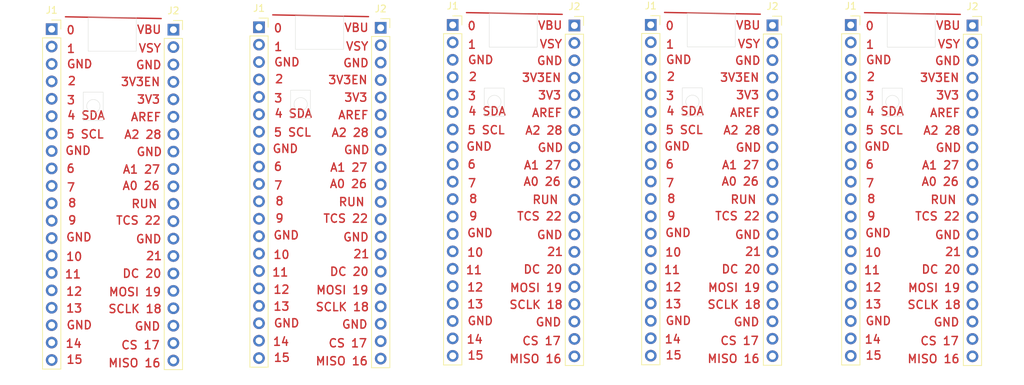
<source format=kicad_pcb>
(kicad_pcb (version 20240108) (generator "pcbnew") (generator_version "8.0")
  (layers (0 "F.Cu" signal) (31 "B.Cu" signal) (34 "B.Paste" user) (35 "F.Paste" user) (36 "B.SilkS" user "B.Silkscreen") (37 "F.SilkS" user "F.Silkscreen") (38 "B.Mask" user) (39 "F.Mask" user) (44 "Edge.Cuts" user))
  (net 0 "")
  (footprint "Connector_PinSocket_2.54mm:PinSocket_1x20_P2.54mm_Vertical" (layer "F.Cu") (at 152.4762 76.1746)
    (property "Reference" "J1" (at 0 -2.77 0) (layer "F.SilkS"))
    (property "Value" "Conn_01x40_Socket")
    (pad "1" thru_hole rect (at 0 0) (size 1.7 1.7) (drill 1) (layers "*.Cu" "*.Mask"))
    (pad "2" thru_hole oval (at 0 2.54) (size 1.7 1.7) (drill 1) (layers "*.Cu" "*.Mask"))
    (pad "3" thru_hole oval (at 0 5.08) (size 1.7 1.7) (drill 1) (layers "*.Cu" "*.Mask"))
    (pad "4" thru_hole oval (at 0 7.62) (size 1.7 1.7) (drill 1) (layers "*.Cu" "*.Mask"))
    (pad "5" thru_hole oval (at 0 10.16) (size 1.7 1.7) (drill 1) (layers "*.Cu" "*.Mask"))
    (pad "6" thru_hole oval (at 0 12.7) (size 1.7 1.7) (drill 1) (layers "*.Cu" "*.Mask"))
    (pad "7" thru_hole oval (at 0 15.24) (size 1.7 1.7) (drill 1) (layers "*.Cu" "*.Mask"))
    (pad "8" thru_hole oval (at 0 17.78) (size 1.7 1.7) (drill 1) (layers "*.Cu" "*.Mask"))
    (pad "9" thru_hole oval (at 0 20.32) (size 1.7 1.7) (drill 1) (layers "*.Cu" "*.Mask"))
    (pad "10" thru_hole oval (at 0 22.86) (size 1.7 1.7) (drill 1) (layers "*.Cu" "*.Mask"))
    (pad "11" thru_hole oval (at 0 25.4) (size 1.7 1.7) (drill 1) (layers "*.Cu" "*.Mask"))
    (pad "12" thru_hole oval (at 0 27.94) (size 1.7 1.7) (drill 1) (layers "*.Cu" "*.Mask"))
    (pad "13" thru_hole oval (at 0 30.48) (size 1.7 1.7) (drill 1) (layers "*.Cu" "*.Mask"))
    (pad "14" thru_hole oval (at 0 33.02) (size 1.7 1.7) (drill 1) (layers "*.Cu" "*.Mask"))
    (pad "15" thru_hole oval (at 0 35.56) (size 1.7 1.7) (drill 1) (layers "*.Cu" "*.Mask"))
    (pad "16" thru_hole oval (at 0 38.1) (size 1.7 1.7) (drill 1) (layers "*.Cu" "*.Mask"))
    (pad "17" thru_hole oval (at 0 40.64) (size 1.7 1.7) (drill 1) (layers "*.Cu" "*.Mask"))
    (pad "18" thru_hole oval (at 0 43.18) (size 1.7 1.7) (drill 1) (layers "*.Cu" "*.Mask"))
    (pad "19" thru_hole oval (at 0 45.72) (size 1.7 1.7) (drill 1) (layers "*.Cu" "*.Mask"))
    (pad "20" thru_hole oval (at 0 48.26) (size 1.7 1.7) (drill 1) (layers "*.Cu" "*.Mask"))
  )
  (footprint "Connector_PinSocket_2.54mm:PinSocket_1x20_P2.54mm_Vertical" (layer "F.Cu") (at 124.2568 76.5048)
    (property "Reference" "J1" (at 0 -2.77 0) (layer "F.SilkS"))
    (property "Value" "Conn_01x40_Socket")
    (pad "1" thru_hole rect (at 0 0) (size 1.7 1.7) (drill 1) (layers "*.Cu" "*.Mask"))
    (pad "2" thru_hole oval (at 0 2.54) (size 1.7 1.7) (drill 1) (layers "*.Cu" "*.Mask"))
    (pad "3" thru_hole oval (at 0 5.08) (size 1.7 1.7) (drill 1) (layers "*.Cu" "*.Mask"))
    (pad "4" thru_hole oval (at 0 7.62) (size 1.7 1.7) (drill 1) (layers "*.Cu" "*.Mask"))
    (pad "5" thru_hole oval (at 0 10.16) (size 1.7 1.7) (drill 1) (layers "*.Cu" "*.Mask"))
    (pad "6" thru_hole oval (at 0 12.7) (size 1.7 1.7) (drill 1) (layers "*.Cu" "*.Mask"))
    (pad "7" thru_hole oval (at 0 15.24) (size 1.7 1.7) (drill 1) (layers "*.Cu" "*.Mask"))
    (pad "8" thru_hole oval (at 0 17.78) (size 1.7 1.7) (drill 1) (layers "*.Cu" "*.Mask"))
    (pad "9" thru_hole oval (at 0 20.32) (size 1.7 1.7) (drill 1) (layers "*.Cu" "*.Mask"))
    (pad "10" thru_hole oval (at 0 22.86) (size 1.7 1.7) (drill 1) (layers "*.Cu" "*.Mask"))
    (pad "11" thru_hole oval (at 0 25.4) (size 1.7 1.7) (drill 1) (layers "*.Cu" "*.Mask"))
    (pad "12" thru_hole oval (at 0 27.94) (size 1.7 1.7) (drill 1) (layers "*.Cu" "*.Mask"))
    (pad "13" thru_hole oval (at 0 30.48) (size 1.7 1.7) (drill 1) (layers "*.Cu" "*.Mask"))
    (pad "14" thru_hole oval (at 0 33.02) (size 1.7 1.7) (drill 1) (layers "*.Cu" "*.Mask"))
    (pad "15" thru_hole oval (at 0 35.56) (size 1.7 1.7) (drill 1) (layers "*.Cu" "*.Mask"))
    (pad "16" thru_hole oval (at 0 38.1) (size 1.7 1.7) (drill 1) (layers "*.Cu" "*.Mask"))
    (pad "17" thru_hole oval (at 0 40.64) (size 1.7 1.7) (drill 1) (layers "*.Cu" "*.Mask"))
    (pad "18" thru_hole oval (at 0 43.18) (size 1.7 1.7) (drill 1) (layers "*.Cu" "*.Mask"))
    (pad "19" thru_hole oval (at 0 45.72) (size 1.7 1.7) (drill 1) (layers "*.Cu" "*.Mask"))
    (pad "20" thru_hole oval (at 0 48.26) (size 1.7 1.7) (drill 1) (layers "*.Cu" "*.Mask"))
  )
  (footprint "Connector_PinSocket_2.54mm:PinSocket_1x20_P2.54mm_Vertical" (layer "F.Cu") (at 94.0562 76.7842)
    (property "Reference" "J1" (at 0 -2.77 0) (layer "F.SilkS"))
    (property "Value" "Conn_01x40_Socket")
    (pad "1" thru_hole rect (at 0 0) (size 1.7 1.7) (drill 1) (layers "*.Cu" "*.Mask"))
    (pad "2" thru_hole oval (at 0 2.54) (size 1.7 1.7) (drill 1) (layers "*.Cu" "*.Mask"))
    (pad "3" thru_hole oval (at 0 5.08) (size 1.7 1.7) (drill 1) (layers "*.Cu" "*.Mask"))
    (pad "4" thru_hole oval (at 0 7.62) (size 1.7 1.7) (drill 1) (layers "*.Cu" "*.Mask"))
    (pad "5" thru_hole oval (at 0 10.16) (size 1.7 1.7) (drill 1) (layers "*.Cu" "*.Mask"))
    (pad "6" thru_hole oval (at 0 12.7) (size 1.7 1.7) (drill 1) (layers "*.Cu" "*.Mask"))
    (pad "7" thru_hole oval (at 0 15.24) (size 1.7 1.7) (drill 1) (layers "*.Cu" "*.Mask"))
    (pad "8" thru_hole oval (at 0 17.78) (size 1.7 1.7) (drill 1) (layers "*.Cu" "*.Mask"))
    (pad "9" thru_hole oval (at 0 20.32) (size 1.7 1.7) (drill 1) (layers "*.Cu" "*.Mask"))
    (pad "10" thru_hole oval (at 0 22.86) (size 1.7 1.7) (drill 1) (layers "*.Cu" "*.Mask"))
    (pad "11" thru_hole oval (at 0 25.4) (size 1.7 1.7) (drill 1) (layers "*.Cu" "*.Mask"))
    (pad "12" thru_hole oval (at 0 27.94) (size 1.7 1.7) (drill 1) (layers "*.Cu" "*.Mask"))
    (pad "13" thru_hole oval (at 0 30.48) (size 1.7 1.7) (drill 1) (layers "*.Cu" "*.Mask"))
    (pad "14" thru_hole oval (at 0 33.02) (size 1.7 1.7) (drill 1) (layers "*.Cu" "*.Mask"))
    (pad "15" thru_hole oval (at 0 35.56) (size 1.7 1.7) (drill 1) (layers "*.Cu" "*.Mask"))
    (pad "16" thru_hole oval (at 0 38.1) (size 1.7 1.7) (drill 1) (layers "*.Cu" "*.Mask"))
    (pad "17" thru_hole oval (at 0 40.64) (size 1.7 1.7) (drill 1) (layers "*.Cu" "*.Mask"))
    (pad "18" thru_hole oval (at 0 43.18) (size 1.7 1.7) (drill 1) (layers "*.Cu" "*.Mask"))
    (pad "19" thru_hole oval (at 0 45.72) (size 1.7 1.7) (drill 1) (layers "*.Cu" "*.Mask"))
    (pad "20" thru_hole oval (at 0 48.26) (size 1.7 1.7) (drill 1) (layers "*.Cu" "*.Mask"))
  )
  (footprint "Connector_PinSocket_2.54mm:PinSocket_1x20_P2.54mm_Vertical" (layer "F.Cu") (at 199.0598 76.2254)
    (property "Reference" "J2" (at 0 -2.77 0) (layer "F.SilkS"))
    (property "Value" "Conn_01x40_Socket")
    (pad "1" thru_hole rect (at 0 0) (size 1.7 1.7) (drill 1) (layers "*.Cu" "*.Mask"))
    (pad "2" thru_hole oval (at 0 2.54) (size 1.7 1.7) (drill 1) (layers "*.Cu" "*.Mask"))
    (pad "3" thru_hole oval (at 0 5.08) (size 1.7 1.7) (drill 1) (layers "*.Cu" "*.Mask"))
    (pad "4" thru_hole oval (at 0 7.62) (size 1.7 1.7) (drill 1) (layers "*.Cu" "*.Mask"))
    (pad "5" thru_hole oval (at 0 10.16) (size 1.7 1.7) (drill 1) (layers "*.Cu" "*.Mask"))
    (pad "6" thru_hole oval (at 0 12.7) (size 1.7 1.7) (drill 1) (layers "*.Cu" "*.Mask"))
    (pad "7" thru_hole oval (at 0 15.24) (size 1.7 1.7) (drill 1) (layers "*.Cu" "*.Mask"))
    (pad "8" thru_hole oval (at 0 17.78) (size 1.7 1.7) (drill 1) (layers "*.Cu" "*.Mask"))
    (pad "9" thru_hole oval (at 0 20.32) (size 1.7 1.7) (drill 1) (layers "*.Cu" "*.Mask"))
    (pad "10" thru_hole oval (at 0 22.86) (size 1.7 1.7) (drill 1) (layers "*.Cu" "*.Mask"))
    (pad "11" thru_hole oval (at 0 25.4) (size 1.7 1.7) (drill 1) (layers "*.Cu" "*.Mask"))
    (pad "12" thru_hole oval (at 0 27.94) (size 1.7 1.7) (drill 1) (layers "*.Cu" "*.Mask"))
    (pad "13" thru_hole oval (at 0 30.48) (size 1.7 1.7) (drill 1) (layers "*.Cu" "*.Mask"))
    (pad "14" thru_hole oval (at 0 33.02) (size 1.7 1.7) (drill 1) (layers "*.Cu" "*.Mask"))
    (pad "15" thru_hole oval (at 0 35.56) (size 1.7 1.7) (drill 1) (layers "*.Cu" "*.Mask"))
    (pad "16" thru_hole oval (at 0 38.1) (size 1.7 1.7) (drill 1) (layers "*.Cu" "*.Mask"))
    (pad "17" thru_hole oval (at 0 40.64) (size 1.7 1.7) (drill 1) (layers "*.Cu" "*.Mask"))
    (pad "18" thru_hole oval (at 0 43.18) (size 1.7 1.7) (drill 1) (layers "*.Cu" "*.Mask"))
    (pad "19" thru_hole oval (at 0 45.72) (size 1.7 1.7) (drill 1) (layers "*.Cu" "*.Mask"))
    (pad "20" thru_hole oval (at 0 48.26) (size 1.7 1.7) (drill 1) (layers "*.Cu" "*.Mask"))
  )
  (footprint "Connector_PinSocket_2.54mm:PinSocket_1x20_P2.54mm_Vertical" (layer "F.Cu") (at 170.2054 76.2508)
    (property "Reference" "J2" (at 0 -2.77 0) (layer "F.SilkS"))
    (property "Value" "Conn_01x40_Socket")
    (pad "1" thru_hole rect (at 0 0) (size 1.7 1.7) (drill 1) (layers "*.Cu" "*.Mask"))
    (pad "2" thru_hole oval (at 0 2.54) (size 1.7 1.7) (drill 1) (layers "*.Cu" "*.Mask"))
    (pad "3" thru_hole oval (at 0 5.08) (size 1.7 1.7) (drill 1) (layers "*.Cu" "*.Mask"))
    (pad "4" thru_hole oval (at 0 7.62) (size 1.7 1.7) (drill 1) (layers "*.Cu" "*.Mask"))
    (pad "5" thru_hole oval (at 0 10.16) (size 1.7 1.7) (drill 1) (layers "*.Cu" "*.Mask"))
    (pad "6" thru_hole oval (at 0 12.7) (size 1.7 1.7) (drill 1) (layers "*.Cu" "*.Mask"))
    (pad "7" thru_hole oval (at 0 15.24) (size 1.7 1.7) (drill 1) (layers "*.Cu" "*.Mask"))
    (pad "8" thru_hole oval (at 0 17.78) (size 1.7 1.7) (drill 1) (layers "*.Cu" "*.Mask"))
    (pad "9" thru_hole oval (at 0 20.32) (size 1.7 1.7) (drill 1) (layers "*.Cu" "*.Mask"))
    (pad "10" thru_hole oval (at 0 22.86) (size 1.7 1.7) (drill 1) (layers "*.Cu" "*.Mask"))
    (pad "11" thru_hole oval (at 0 25.4) (size 1.7 1.7) (drill 1) (layers "*.Cu" "*.Mask"))
    (pad "12" thru_hole oval (at 0 27.94) (size 1.7 1.7) (drill 1) (layers "*.Cu" "*.Mask"))
    (pad "13" thru_hole oval (at 0 30.48) (size 1.7 1.7) (drill 1) (layers "*.Cu" "*.Mask"))
    (pad "14" thru_hole oval (at 0 33.02) (size 1.7 1.7) (drill 1) (layers "*.Cu" "*.Mask"))
    (pad "15" thru_hole oval (at 0 35.56) (size 1.7 1.7) (drill 1) (layers "*.Cu" "*.Mask"))
    (pad "16" thru_hole oval (at 0 38.1) (size 1.7 1.7) (drill 1) (layers "*.Cu" "*.Mask"))
    (pad "17" thru_hole oval (at 0 40.64) (size 1.7 1.7) (drill 1) (layers "*.Cu" "*.Mask"))
    (pad "18" thru_hole oval (at 0 43.18) (size 1.7 1.7) (drill 1) (layers "*.Cu" "*.Mask"))
    (pad "19" thru_hole oval (at 0 45.72) (size 1.7 1.7) (drill 1) (layers "*.Cu" "*.Mask"))
    (pad "20" thru_hole oval (at 0 48.26) (size 1.7 1.7) (drill 1) (layers "*.Cu" "*.Mask"))
  )
  (footprint "Connector_PinSocket_2.54mm:PinSocket_1x20_P2.54mm_Vertical" (layer "F.Cu") (at 181.3306 76.1492)
    (property "Reference" "J1" (at 0 -2.77 0) (layer "F.SilkS"))
    (property "Value" "Conn_01x40_Socket")
    (pad "1" thru_hole rect (at 0 0) (size 1.7 1.7) (drill 1) (layers "*.Cu" "*.Mask"))
    (pad "2" thru_hole oval (at 0 2.54) (size 1.7 1.7) (drill 1) (layers "*.Cu" "*.Mask"))
    (pad "3" thru_hole oval (at 0 5.08) (size 1.7 1.7) (drill 1) (layers "*.Cu" "*.Mask"))
    (pad "4" thru_hole oval (at 0 7.62) (size 1.7 1.7) (drill 1) (layers "*.Cu" "*.Mask"))
    (pad "5" thru_hole oval (at 0 10.16) (size 1.7 1.7) (drill 1) (layers "*.Cu" "*.Mask"))
    (pad "6" thru_hole oval (at 0 12.7) (size 1.7 1.7) (drill 1) (layers "*.Cu" "*.Mask"))
    (pad "7" thru_hole oval (at 0 15.24) (size 1.7 1.7) (drill 1) (layers "*.Cu" "*.Mask"))
    (pad "8" thru_hole oval (at 0 17.78) (size 1.7 1.7) (drill 1) (layers "*.Cu" "*.Mask"))
    (pad "9" thru_hole oval (at 0 20.32) (size 1.7 1.7) (drill 1) (layers "*.Cu" "*.Mask"))
    (pad "10" thru_hole oval (at 0 22.86) (size 1.7 1.7) (drill 1) (layers "*.Cu" "*.Mask"))
    (pad "11" thru_hole oval (at 0 25.4) (size 1.7 1.7) (drill 1) (layers "*.Cu" "*.Mask"))
    (pad "12" thru_hole oval (at 0 27.94) (size 1.7 1.7) (drill 1) (layers "*.Cu" "*.Mask"))
    (pad "13" thru_hole oval (at 0 30.48) (size 1.7 1.7) (drill 1) (layers "*.Cu" "*.Mask"))
    (pad "14" thru_hole oval (at 0 33.02) (size 1.7 1.7) (drill 1) (layers "*.Cu" "*.Mask"))
    (pad "15" thru_hole oval (at 0 35.56) (size 1.7 1.7) (drill 1) (layers "*.Cu" "*.Mask"))
    (pad "16" thru_hole oval (at 0 38.1) (size 1.7 1.7) (drill 1) (layers "*.Cu" "*.Mask"))
    (pad "17" thru_hole oval (at 0 40.64) (size 1.7 1.7) (drill 1) (layers "*.Cu" "*.Mask"))
    (pad "18" thru_hole oval (at 0 43.18) (size 1.7 1.7) (drill 1) (layers "*.Cu" "*.Mask"))
    (pad "19" thru_hole oval (at 0 45.72) (size 1.7 1.7) (drill 1) (layers "*.Cu" "*.Mask"))
    (pad "20" thru_hole oval (at 0 48.26) (size 1.7 1.7) (drill 1) (layers "*.Cu" "*.Mask"))
  )
  (footprint "Connector_PinSocket_2.54mm:PinSocket_1x20_P2.54mm_Vertical" (layer "F.Cu") (at 210.464 76.1792)
    (property "Reference" "J1" (at 0 -2.77 0) (layer "F.SilkS"))
    (property "Value" "Conn_01x40_Socket")
    (pad "1" thru_hole rect (at 0 0) (size 1.7 1.7) (drill 1) (layers "*.Cu" "*.Mask"))
    (pad "2" thru_hole oval (at 0 2.54) (size 1.7 1.7) (drill 1) (layers "*.Cu" "*.Mask"))
    (pad "3" thru_hole oval (at 0 5.08) (size 1.7 1.7) (drill 1) (layers "*.Cu" "*.Mask"))
    (pad "4" thru_hole oval (at 0 7.62) (size 1.7 1.7) (drill 1) (layers "*.Cu" "*.Mask"))
    (pad "5" thru_hole oval (at 0 10.16) (size 1.7 1.7) (drill 1) (layers "*.Cu" "*.Mask"))
    (pad "6" thru_hole oval (at 0 12.7) (size 1.7 1.7) (drill 1) (layers "*.Cu" "*.Mask"))
    (pad "7" thru_hole oval (at 0 15.24) (size 1.7 1.7) (drill 1) (layers "*.Cu" "*.Mask"))
    (pad "8" thru_hole oval (at 0 17.78) (size 1.7 1.7) (drill 1) (layers "*.Cu" "*.Mask"))
    (pad "9" thru_hole oval (at 0 20.32) (size 1.7 1.7) (drill 1) (layers "*.Cu" "*.Mask"))
    (pad "10" thru_hole oval (at 0 22.86) (size 1.7 1.7) (drill 1) (layers "*.Cu" "*.Mask"))
    (pad "11" thru_hole oval (at 0 25.4) (size 1.7 1.7) (drill 1) (layers "*.Cu" "*.Mask"))
    (pad "12" thru_hole oval (at 0 27.94) (size 1.7 1.7) (drill 1) (layers "*.Cu" "*.Mask"))
    (pad "13" thru_hole oval (at 0 30.48) (size 1.7 1.7) (drill 1) (layers "*.Cu" "*.Mask"))
    (pad "14" thru_hole oval (at 0 33.02) (size 1.7 1.7) (drill 1) (layers "*.Cu" "*.Mask"))
    (pad "15" thru_hole oval (at 0 35.56) (size 1.7 1.7) (drill 1) (layers "*.Cu" "*.Mask"))
    (pad "16" thru_hole oval (at 0 38.1) (size 1.7 1.7) (drill 1) (layers "*.Cu" "*.Mask"))
    (pad "17" thru_hole oval (at 0 40.64) (size 1.7 1.7) (drill 1) (layers "*.Cu" "*.Mask"))
    (pad "18" thru_hole oval (at 0 43.18) (size 1.7 1.7) (drill 1) (layers "*.Cu" "*.Mask"))
    (pad "19" thru_hole oval (at 0 45.72) (size 1.7 1.7) (drill 1) (layers "*.Cu" "*.Mask"))
    (pad "20" thru_hole oval (at 0 48.26) (size 1.7 1.7) (drill 1) (layers "*.Cu" "*.Mask"))
  )
  (footprint "Connector_PinSocket_2.54mm:PinSocket_1x20_P2.54mm_Vertical" (layer "F.Cu") (at 111.7854 76.8604)
    (property "Reference" "J2" (at 0 -2.77 0) (layer "F.SilkS"))
    (property "Value" "Conn_01x40_Socket")
    (pad "1" thru_hole rect (at 0 0) (size 1.7 1.7) (drill 1) (layers "*.Cu" "*.Mask"))
    (pad "2" thru_hole oval (at 0 2.54) (size 1.7 1.7) (drill 1) (layers "*.Cu" "*.Mask"))
    (pad "3" thru_hole oval (at 0 5.08) (size 1.7 1.7) (drill 1) (layers "*.Cu" "*.Mask"))
    (pad "4" thru_hole oval (at 0 7.62) (size 1.7 1.7) (drill 1) (layers "*.Cu" "*.Mask"))
    (pad "5" thru_hole oval (at 0 10.16) (size 1.7 1.7) (drill 1) (layers "*.Cu" "*.Mask"))
    (pad "6" thru_hole oval (at 0 12.7) (size 1.7 1.7) (drill 1) (layers "*.Cu" "*.Mask"))
    (pad "7" thru_hole oval (at 0 15.24) (size 1.7 1.7) (drill 1) (layers "*.Cu" "*.Mask"))
    (pad "8" thru_hole oval (at 0 17.78) (size 1.7 1.7) (drill 1) (layers "*.Cu" "*.Mask"))
    (pad "9" thru_hole oval (at 0 20.32) (size 1.7 1.7) (drill 1) (layers "*.Cu" "*.Mask"))
    (pad "10" thru_hole oval (at 0 22.86) (size 1.7 1.7) (drill 1) (layers "*.Cu" "*.Mask"))
    (pad "11" thru_hole oval (at 0 25.4) (size 1.7 1.7) (drill 1) (layers "*.Cu" "*.Mask"))
    (pad "12" thru_hole oval (at 0 27.94) (size 1.7 1.7) (drill 1) (layers "*.Cu" "*.Mask"))
    (pad "13" thru_hole oval (at 0 30.48) (size 1.7 1.7) (drill 1) (layers "*.Cu" "*.Mask"))
    (pad "14" thru_hole oval (at 0 33.02) (size 1.7 1.7) (drill 1) (layers "*.Cu" "*.Mask"))
    (pad "15" thru_hole oval (at 0 35.56) (size 1.7 1.7) (drill 1) (layers "*.Cu" "*.Mask"))
    (pad "16" thru_hole oval (at 0 38.1) (size 1.7 1.7) (drill 1) (layers "*.Cu" "*.Mask"))
    (pad "17" thru_hole oval (at 0 40.64) (size 1.7 1.7) (drill 1) (layers "*.Cu" "*.Mask"))
    (pad "18" thru_hole oval (at 0 43.18) (size 1.7 1.7) (drill 1) (layers "*.Cu" "*.Mask"))
    (pad "19" thru_hole oval (at 0 45.72) (size 1.7 1.7) (drill 1) (layers "*.Cu" "*.Mask"))
    (pad "20" thru_hole oval (at 0 48.26) (size 1.7 1.7) (drill 1) (layers "*.Cu" "*.Mask"))
  )
  (footprint "Connector_PinSocket_2.54mm:PinSocket_1x20_P2.54mm_Vertical" (layer "F.Cu") (at 228.1932 76.2554)
    (property "Reference" "J2" (at 0 -2.77 0) (layer "F.SilkS"))
    (property "Value" "Conn_01x40_Socket")
    (pad "1" thru_hole rect (at 0 0) (size 1.7 1.7) (drill 1) (layers "*.Cu" "*.Mask"))
    (pad "2" thru_hole oval (at 0 2.54) (size 1.7 1.7) (drill 1) (layers "*.Cu" "*.Mask"))
    (pad "3" thru_hole oval (at 0 5.08) (size 1.7 1.7) (drill 1) (layers "*.Cu" "*.Mask"))
    (pad "4" thru_hole oval (at 0 7.62) (size 1.7 1.7) (drill 1) (layers "*.Cu" "*.Mask"))
    (pad "5" thru_hole oval (at 0 10.16) (size 1.7 1.7) (drill 1) (layers "*.Cu" "*.Mask"))
    (pad "6" thru_hole oval (at 0 12.7) (size 1.7 1.7) (drill 1) (layers "*.Cu" "*.Mask"))
    (pad "7" thru_hole oval (at 0 15.24) (size 1.7 1.7) (drill 1) (layers "*.Cu" "*.Mask"))
    (pad "8" thru_hole oval (at 0 17.78) (size 1.7 1.7) (drill 1) (layers "*.Cu" "*.Mask"))
    (pad "9" thru_hole oval (at 0 20.32) (size 1.7 1.7) (drill 1) (layers "*.Cu" "*.Mask"))
    (pad "10" thru_hole oval (at 0 22.86) (size 1.7 1.7) (drill 1) (layers "*.Cu" "*.Mask"))
    (pad "11" thru_hole oval (at 0 25.4) (size 1.7 1.7) (drill 1) (layers "*.Cu" "*.Mask"))
    (pad "12" thru_hole oval (at 0 27.94) (size 1.7 1.7) (drill 1) (layers "*.Cu" "*.Mask"))
    (pad "13" thru_hole oval (at 0 30.48) (size 1.7 1.7) (drill 1) (layers "*.Cu" "*.Mask"))
    (pad "14" thru_hole oval (at 0 33.02) (size 1.7 1.7) (drill 1) (layers "*.Cu" "*.Mask"))
    (pad "15" thru_hole oval (at 0 35.56) (size 1.7 1.7) (drill 1) (layers "*.Cu" "*.Mask"))
    (pad "16" thru_hole oval (at 0 38.1) (size 1.7 1.7) (drill 1) (layers "*.Cu" "*.Mask"))
    (pad "17" thru_hole oval (at 0 40.64) (size 1.7 1.7) (drill 1) (layers "*.Cu" "*.Mask"))
    (pad "18" thru_hole oval (at 0 43.18) (size 1.7 1.7) (drill 1) (layers "*.Cu" "*.Mask"))
    (pad "19" thru_hole oval (at 0 45.72) (size 1.7 1.7) (drill 1) (layers "*.Cu" "*.Mask"))
    (pad "20" thru_hole oval (at 0 48.26) (size 1.7 1.7) (drill 1) (layers "*.Cu" "*.Mask"))
  )
  (footprint "Connector_PinSocket_2.54mm:PinSocket_1x20_P2.54mm_Vertical" (layer "F.Cu") (at 141.986 76.581)
    (property "Reference" "J2" (at 0 -2.77 0) (layer "F.SilkS"))
    (property "Value" "Conn_01x40_Socket")
    (pad "1" thru_hole rect (at 0 0) (size 1.7 1.7) (drill 1) (layers "*.Cu" "*.Mask"))
    (pad "2" thru_hole oval (at 0 2.54) (size 1.7 1.7) (drill 1) (layers "*.Cu" "*.Mask"))
    (pad "3" thru_hole oval (at 0 5.08) (size 1.7 1.7) (drill 1) (layers "*.Cu" "*.Mask"))
    (pad "4" thru_hole oval (at 0 7.62) (size 1.7 1.7) (drill 1) (layers "*.Cu" "*.Mask"))
    (pad "5" thru_hole oval (at 0 10.16) (size 1.7 1.7) (drill 1) (layers "*.Cu" "*.Mask"))
    (pad "6" thru_hole oval (at 0 12.7) (size 1.7 1.7) (drill 1) (layers "*.Cu" "*.Mask"))
    (pad "7" thru_hole oval (at 0 15.24) (size 1.7 1.7) (drill 1) (layers "*.Cu" "*.Mask"))
    (pad "8" thru_hole oval (at 0 17.78) (size 1.7 1.7) (drill 1) (layers "*.Cu" "*.Mask"))
    (pad "9" thru_hole oval (at 0 20.32) (size 1.7 1.7) (drill 1) (layers "*.Cu" "*.Mask"))
    (pad "10" thru_hole oval (at 0 22.86) (size 1.7 1.7) (drill 1) (layers "*.Cu" "*.Mask"))
    (pad "11" thru_hole oval (at 0 25.4) (size 1.7 1.7) (drill 1) (layers "*.Cu" "*.Mask"))
    (pad "12" thru_hole oval (at 0 27.94) (size 1.7 1.7) (drill 1) (layers "*.Cu" "*.Mask"))
    (pad "13" thru_hole oval (at 0 30.48) (size 1.7 1.7) (drill 1) (layers "*.Cu" "*.Mask"))
    (pad "14" thru_hole oval (at 0 33.02) (size 1.7 1.7) (drill 1) (layers "*.Cu" "*.Mask"))
    (pad "15" thru_hole oval (at 0 35.56) (size 1.7 1.7) (drill 1) (layers "*.Cu" "*.Mask"))
    (pad "16" thru_hole oval (at 0 38.1) (size 1.7 1.7) (drill 1) (layers "*.Cu" "*.Mask"))
    (pad "17" thru_hole oval (at 0 40.64) (size 1.7 1.7) (drill 1) (layers "*.Cu" "*.Mask"))
    (pad "18" thru_hole oval (at 0 43.18) (size 1.7 1.7) (drill 1) (layers "*.Cu" "*.Mask"))
    (pad "19" thru_hole oval (at 0 45.72) (size 1.7 1.7) (drill 1) (layers "*.Cu" "*.Mask"))
    (pad "20" thru_hole oval (at 0 48.26) (size 1.7 1.7) (drill 1) (layers "*.Cu" "*.Mask"))
  )
  (gr_line (start 126.2634 74.7014) (end 140.208 74.9554) (stroke (width 0.2)) (layer "F.Cu"))
  (gr_line (start 183.3372 74.3458) (end 197.2818 74.5998) (stroke (width 0.2)) (layer "F.Cu"))
  (gr_line (start 96.0628 74.9808) (end 110.0074 75.2348) (stroke (width 0.2)) (layer "F.Cu"))
  (gr_line (start 154.4828 74.3712) (end 168.4274 74.6252) (stroke (width 0.2)) (layer "F.Cu"))
  (gr_line (start 212.4706 74.3758) (end 226.4152 74.6298) (stroke (width 0.2)) (layer "F.Cu"))
  (gr_rect (start 215.0614 85.374) (end 217.957 89.5142) (stroke (width 0.05)) (fill none) (layer "Edge.Cuts"))
  (gr_rect (start 98.6536 85.979) (end 101.5492 90.1192) (stroke (width 0.05)) (fill none) (layer "Edge.Cuts"))
  (gr_circle (center 216.5346 87.406) (end 216.6362 86.4408) (stroke (width 0.05)) (fill none) (layer "Edge.Cuts"))
  (gr_rect (start 157.7848 74.4728) (end 164.7952 79.4004) (stroke (width 0.05)) (fill none) (layer "Edge.Cuts"))
  (gr_circle (center 130.3274 87.7316) (end 130.429 86.7664) (stroke (width 0.05)) (fill none) (layer "Edge.Cuts"))
  (gr_rect (start 157.0736 85.3694) (end 159.9692 89.5096) (stroke (width 0.05)) (fill none) (layer "Edge.Cuts"))
  (gr_rect (start 128.8542 85.6996) (end 131.7498 89.8398) (stroke (width 0.05)) (fill none) (layer "Edge.Cuts"))
  (gr_circle (center 100.1268 88.011) (end 100.2284 87.0458) (stroke (width 0.05)) (fill none) (layer "Edge.Cuts"))
  (gr_rect (start 215.7726 74.4774) (end 222.783 79.405) (stroke (width 0.05)) (fill none) (layer "Edge.Cuts"))
  (gr_rect (start 99.3648 75.0824) (end 106.3752 80.01) (stroke (width 0.05)) (fill none) (layer "Edge.Cuts"))
  (gr_rect (start 129.5654 74.803) (end 136.5758 79.7306) (stroke (width 0.05)) (fill none) (layer "Edge.Cuts"))
  (gr_rect (start 185.928 85.344) (end 188.8236 89.4842) (stroke (width 0.05)) (fill none) (layer "Edge.Cuts"))
  (gr_circle (center 158.5468 87.4014) (end 158.6484 86.4362) (stroke (width 0.05)) (fill none) (layer "Edge.Cuts"))
  (gr_circle (center 187.4012 87.376) (end 187.5028 86.4108) (stroke (width 0.05)) (fill none) (layer "Edge.Cuts"))
  (gr_rect (start 186.6392 74.4474) (end 193.6496 79.375) (stroke (width 0.05)) (fill none) (layer "Edge.Cuts"))
  (gr_text "8" (at 126.5428 102.5652 0) (layer "F.Cu") (effects (font (size 1.2 1.2) (thickness 0.2) (bold yes)) (justify left bottom)))
  (gr_text "14" (at 212.3944 122.7374 0) (layer "F.Cu") (effects (font (size 1.2 1.2) (thickness 0.2) (bold yes)) (justify left bottom)))
  (gr_text "GND" (at 136.4234 82.423 0) (layer "F.Cu") (effects (font (size 1.2 1.2) (thickness 0.2) (bold yes)) (justify left bottom)))
  (gr_text "VBU" (at 106.3752 77.5462 0) (layer "F.Cu") (effects (font (size 1.2 1.2) (thickness 0.2) (bold yes)) (justify left bottom)))
  (gr_text "SCLK 18" (at 189.484 117.6528 0) (layer "F.Cu") (effects (font (size 1.2 1.2) (thickness 0.2) (bold yes)) (justify left bottom)))
  (gr_text "GND" (at 136.525 95.0976 0) (layer "F.Cu") (effects (font (size 1.2 1.2) (thickness 0.2) (bold yes)) (justify left bottom)))
  (gr_text "3V3EN" (at 162.4584 84.5566 0) (layer "F.Cu") (effects (font (size 1.2 1.2) (thickness 0.2) (bold yes)) (justify left bottom)))
  (gr_text "7" (at 126.365 100.2792 0) (layer "F.Cu") (effects (font (size 1.2 1.2) (thickness 0.2) (bold yes)) (justify left bottom)))
  (gr_text "3" (at 154.5844 87.2236 0) (layer "F.Cu") (effects (font (size 1.2 1.2) (thickness 0.2) (bold yes)) (justify left bottom)))
  (gr_text "5 SCL" (at 154.5336 92.202 0) (layer "F.Cu") (effects (font (size 1.2 1.2) (thickness 0.2) (bold yes)) (justify left bottom)))
  (gr_text "DC 20" (at 191.5414 112.4966 0) (layer "F.Cu") (effects (font (size 1.2 1.2) (thickness 0.2) (bold yes)) (justify left bottom)))
  (gr_text "14" (at 126.1872 123.063 0) (layer "F.Cu") (effects (font (size 1.2 1.2) (thickness 0.2) (bold yes)) (justify left bottom)))
  (gr_text "GND" (at 126.3142 120.3706 0) (layer "F.Cu") (effects (font (size 1.2 1.2) (thickness 0.2) (bold yes)) (justify left bottom)))
  (gr_text "3" (at 96.1644 87.8332 0) (layer "F.Cu") (effects (font (size 1.2 1.2) (thickness 0.2) (bold yes)) (justify left bottom)))
  (gr_text "RUN" (at 192.8368 102.3366 0) (layer "F.Cu") (effects (font (size 1.2 1.2) (thickness 0.2) (bold yes)) (justify left bottom)))
  (gr_text "8" (at 154.7622 102.235 0) (layer "F.Cu") (effects (font (size 1.2 1.2) (thickness 0.2) (bold yes)) (justify left bottom)))
  (gr_text "5 SCL" (at 126.3142 92.5322 0) (layer "F.Cu") (effects (font (size 1.2 1.2) (thickness 0.2) (bold yes)) (justify left bottom)))
  (gr_text "GND" (at 126.1364 94.9198 0) (layer "F.Cu") (effects (font (size 1.2 1.2) (thickness 0.2) (bold yes)) (justify left bottom)))
  (gr_text "13" (at 212.4706 117.6066 0) (layer "F.Cu") (effects (font (size 1.2 1.2) (thickness 0.2) (bold yes)) (justify left bottom)))
  (gr_text "GND" (at 193.4972 107.4674 0) (layer "F.Cu") (effects (font (size 1.2 1.2) (thickness 0.2) (bold yes)) (justify left bottom)))
  (gr_text "RUN" (at 163.9824 102.362 0) (layer "F.Cu") (effects (font (size 1.2 1.2) (thickness 0.2) (bold yes)) (justify left bottom)))
  (gr_text "DC 20" (at 134.4676 112.8522 0) (layer "F.Cu") (effects (font (size 1.2 1.2) (thickness 0.2) (bold yes)) (justify left bottom)))
  (gr_text "DC 20" (at 220.6748 112.5266 0) (layer "F.Cu") (effects (font (size 1.2 1.2) (thickness 0.2) (bold yes)) (justify left bottom)))
  (gr_text "MOSI 19" (at 132.4864 115.5446 0) (layer "F.Cu") (effects (font (size 1.2 1.2) (thickness 0.2) (bold yes)) (justify left bottom)))
  (gr_text "MISO 16" (at 102.2096 126.1872 0) (layer "F.Cu") (effects (font (size 1.2 1.2) (thickness 0.2) (bold yes)) (justify left bottom)))
  (gr_text "10" (at 154.4828 110.0582 0) (layer "F.Cu") (effects (font (size 1.2 1.2) (thickness 0.2) (bold yes)) (justify left bottom)))
  (gr_text "GND" (at 95.9358 95.1992 0) (layer "F.Cu") (effects (font (size 1.2 1.2) (thickness 0.2) (bold yes)) (justify left bottom)))
  (gr_text "RUN" (at 135.763 102.6922 0) (layer "F.Cu") (effects (font (size 1.2 1.2) (thickness 0.2) (bold yes)) (justify left bottom)))
  (gr_text "9" (at 126.5428 105.0798 0) (layer "F.Cu") (effects (font (size 1.2 1.2) (thickness 0.2) (bold yes)) (justify left bottom)))
  (gr_text "8" (at 212.75 102.2396 0) (layer "F.Cu") (effects (font (size 1.2 1.2) (thickness 0.2) (bold yes)) (justify left bottom)))
  (gr_text "A2 28" (at 104.521 92.8624 0) (layer "F.Cu") (effects (font (size 1.2 1.2) (thickness 0.2) (bold yes)) (justify left bottom)))
  (gr_text "GND" (at 96.0628 107.823 0) (layer "F.Cu") (effects (font (size 1.2 1.2) (thickness 0.2) (bold yes)) (justify left bottom)))
  (gr_text "CS 17" (at 191.3636 122.936 0) (layer "F.Cu") (effects (font (size 1.2 1.2) (thickness 0.2) (bold yes)) (justify left bottom)))
  (gr_text "GND" (at 136.4234 107.823 0) (layer "F.Cu") (effects (font (size 1.2 1.2) (thickness 0.2) (bold yes)) (justify left bottom)))
  (gr_text "11" (at 183.1594 112.5982 0) (layer "F.Cu") (effects (font (size 1.2 1.2) (thickness 0.2) (bold yes)) (justify left bottom)))
  (gr_text "A1 27" (at 134.5184 97.663 0) (layer "F.Cu") (effects (font (size 1.2 1.2) (thickness 0.2) (bold yes)) (justify left bottom)))
  (gr_text "VBU" (at 222.783 76.9412 0) (layer "F.Cu") (effects (font (size 1.2 1.2) (thickness 0.2) (bold yes)) (justify left bottom)))
  (gr_text "10" (at 183.3372 110.0328 0) (layer "F.Cu") (effects (font (size 1.2 1.2) (thickness 0.2) (bold yes)) (justify left bottom)))
  (gr_text "GND" (at 183.4388 81.9404 0) (layer "F.Cu") (effects (font (size 1.2 1.2) (thickness 0.2) (bold yes)) (justify left bottom)))
  (gr_text "15" (at 154.5336 125.0696 0) (layer "F.Cu") (effects (font (size 1.2 1.2) (thickness 0.2) (bold yes)) (justify left bottom)))
  (gr_text "10" (at 212.4706 110.0628 0) (layer "F.Cu") (effects (font (size 1.2 1.2) (thickness 0.2) (bold yes)) (justify left bottom)))
  (gr_text "CS 17" (at 220.497 122.966 0) (layer "F.Cu") (effects (font (size 1.2 1.2) (thickness 0.2) (bold yes)) (justify left bottom)))
  (gr_text "1" (at 212.5722 79.7352 0) (layer "F.Cu") (effects (font (size 1.2 1.2) (thickness 0.2) (bold yes)) (justify left bottom)))
  (gr_text "TCS 22" (at 219.735 104.7796 0) (layer "F.Cu") (effects (font (size 1.2 1.2) (thickness 0.2) (bold yes)) (justify left bottom)))
  (gr_text "6" (at 154.5336 97.2058 0) (layer "F.Cu") (effects (font (size 1.2 1.2) (thickness 0.2) (bold yes)) (justify left bottom)))
  (gr_text "A2 28" (at 191.7954 92.2274 0) (layer "F.Cu") (effects (font (size 1.2 1.2) (thickness 0.2) (bold yes)) (justify left bottom)))
  (gr_text "2" (at 126.492 84.7598 0) (layer "F.Cu") (effects (font (size 1.2 1.2) (thickness 0.2) (bold yes)) (justify left bottom)))
  (gr_text "GND" (at 193.5988 94.742 0) (layer "F.Cu") (effects (font (size 1.2 1.2) (thickness 0.2) (bold yes)) (justify left bottom)))
  (gr_text "GND" (at 212.4706 107.218 0) (layer "F.Cu") (effects (font (size 1.2 1.2) (thickness 0.2) (bold yes)) (justify left bottom)))
  (gr_text "MOSI 19" (at 160.7058 115.2144 0) (layer "F.Cu") (effects (font (size 1.2 1.2) (thickness 0.2) (bold yes)) (justify left bottom)))
  (gr_text "MISO 16" (at 189.484 125.5522 0) (layer "F.Cu") (effects (font (size 1.2 1.2) (thickness 0.2) (bold yes)) (justify left bottom)))
  (gr_text "3V3EN" (at 191.3128 84.5312 0) (layer "F.Cu") (effects (font (size 1.2 1.2) (thickness 0.2) (bold yes)) (justify left bottom)))
  (gr_text "MISO 16" (at 132.4102 125.9078 0) (layer "F.Cu") (effects (font (size 1.2 1.2) (thickness 0.2) (bold yes)) (justify left bottom)))
  (gr_text "12" (at 126.2634 115.4684 0) (layer "F.Cu") (effects (font (size 1.2 1.2) (thickness 0.2) (bold yes)) (justify left bottom)))
  (gr_text "11" (at 212.2928 112.6282 0) (layer "F.Cu") (effects (font (size 1.2 1.2) (thickness 0.2) (bold yes)) (justify left bottom)))
  (gr_text "15" (at 183.388 125.0442 0) (layer "F.Cu") (effects (font (size 1.2 1.2) (thickness 0.2) (bold yes)) (justify left bottom)))
  (gr_text "GND" (at 154.3558 94.5896 0) (layer "F.Cu") (effects (font (size 1.2 1.2) (thickness 0.2) (bold yes)) (justify left bottom)))
  (gr_text "3V3" (at 164.7952 87.122 0) (layer "F.Cu") (effects (font (size 1.2 1.2) (thickness 0.2) (bold yes)) (justify left bottom)))
  (gr_text "GND" (at 106.3244 95.377 0) (layer "F.Cu") (effects (font (size 1.2 1.2) (thickness 0.2) (bold yes)) (justify left bottom)))
  (gr_text "13" (at 154.4828 117.602 0) (layer "F.Cu") (effects (font (size 1.2 1.2) (thickness 0.2) (bold yes)) (justify left bottom)))
  (gr_text "GND" (at 106.2228 82.7024 0) (layer "F.Cu") (effects (font (size 1.2 1.2) (thickness 0.2) (bold yes)) (justify left bottom)))
  (gr_text "GND" (at 154.4828 107.2134 0) (layer "F.Cu") (effects (font (size 1.2 1.2) (thickness 0.2) (bold yes)) (justify left bottom)))
  (gr_text "6" (at 126.3142 97.536 0) (layer "F.Cu") (effects (font (size 1.2 1.2) (thickness 0.2) (bold yes)) (justify left bottom)))
  (gr_text "A1 27" (at 162.7378 97.3328 0) (layer "F.Cu") (effects (font (size 1.2 1.2) (thickness 0.2) (bold yes)) (justify left bottom)))
  (gr_text "GND" (at 222.4528 120.2228 0) (layer "F.Cu") (effects (font (size 1.2 1.2) (thickness 0.2) (bold yes)) (justify left bottom)))
  (gr_text "TCS 22" (at 133.5278 105.1052 0) (layer "F.Cu") (effects (font (size 1.2 1.2) (thickness 0.2) (bold yes)) (justify left bottom)))
  (gr_text "3" (at 126.365 87.5538 0) (layer "F.Cu") (effects (font (size 1.2 1.2) (thickness 0.2) (bold yes)) (justify left bottom)))
  (gr_text "GND" (at 154.5336 120.0404 0) (layer "F.Cu") (effects (font (size 1.2 1.2) (thickness 0.2) (bold yes)) (justify left bottom)))
  (gr_text "1" (at 126.365 80.0608 0) (layer "F.Cu") (effects (font (size 1.2 1.2) (thickness 0.2) (bold yes)) (justify left bottom)))
  (gr_text "MOSI 19" (at 218.6936 115.219 0) (layer "F.Cu") (effects (font (size 1.2 1.2) (thickness 0.2) (bold yes)) (justify left bottom)))
  (gr_text "GND" (at 164.7444 94.7674 0) (layer "F.Cu") (effects (font (size 1.2 1.2) (thickness 0.2) (bold yes)) (justify left bottom)))
  (gr_text "GND" (at 164.6428 82.0928 0) (layer "F.Cu") (effects (font (size 1.2 1.2) (thickness 0.2) (bold yes)) (justify left bottom)))
  (gr_text "3V3" (at 193.6496 87.0966 0) (layer "F.Cu") (effects (font (size 1.2 1.2) (thickness 0.2) (bold yes)) (justify left bottom)))
  (gr_text "10" (at 96.0628 110.6678 0) (layer "F.Cu") (effects (font (size 1.2 1.2) (thickness 0.2) (bold yes)) (justify left bottom)))
  (gr_text "21" (at 194.9704 109.9312 0) (layer "F.Cu") (effects (font (size 1.2 1.2) (thickness 0.2) (bold yes)) (justify left bottom)))
  (gr_text "4 SDA" (at 96.2152 90.0684 0) (layer "F.Cu") (effects (font (size 1.2 1.2) (thickness 0.2) (bold yes)) (justify left bottom)))
  (gr_text "GND" (at 183.388 120.015 0) (layer "F.Cu") (effects (font (size 1.2 1.2) (thickness 0.2) (bold yes)) (justify left bottom)))
  (gr_text "GND" (at 96.1136 120.65 0) (layer "F.Cu") (effects (font (size 1.2 1.2) (thickness 0.2) (bold yes)) (justify left bottom)))
  (gr_text "VBU" (at 164.7952 76.9366 0) (layer "F.Cu") (effects (font (size 1.2 1.2) (thickness 0.2) (bold yes)) (justify left bottom)))
  (gr_text "3V3" (at 136.5758 87.4522 0) (layer "F.Cu") (effects (font (size 1.2 1.2) (thickness 0.2) (bold yes)) (justify left bottom)))
  (gr_text "4 SDA" (at 183.4896 89.4334 0) (layer "F.Cu") (effects (font (size 1.2 1.2) (thickness 0.2) (bold yes)) (justify left bottom)))
  (gr_text "1" (at 154.5844 79.7306 0) (layer "F.Cu") (effects (font (size 1.2 1.2) (thickness 0.2) (bold yes)) (justify left bottom)))
  (gr_text "13" (at 96.0628 118.2116 0) (layer "F.Cu") (effects (font (size 1.2 1.2) (thickness 0.2) (bold yes)) (justify left bottom)))
  (gr_text "4 SDA" (at 126.4158 89.789 0) (layer "F.Cu") (effects (font (size 1.2 1.2) (thickness 0.2) (bold yes)) (justify left bottom)))
  (gr_text "SCLK 18" (at 218.6174 117.6828 0) (layer "F.Cu") (effects (font (size 1.2 1.2) (thickness 0.2) (bold yes)) (justify left bottom)))
  (gr_text "7" (at 183.4388 99.9236 0) (layer "F.Cu") (effects (font (size 1.2 1.2) (thickness 0.2) (bold yes)) (justify left bottom)))
  (gr_text "5 SCL" (at 96.1136 92.8116 0) (layer "F.Cu") (effects (font (size 1.2 1.2) (thickness 0.2) (bold yes)) (justify left bottom)))
  (gr_text "GND" (at 154.5844 81.9658 0) (layer "F.Cu") (effects (font (size 1.2 1.2) (thickness 0.2) (bold yes)) (justify left bottom)))
  (gr_text "21" (at 137.8966 110.2868 0) (layer "F.Cu") (effects (font (size 1.2 1.2) (thickness 0.2) (bold yes)) (justify left bottom)))
  (gr_text "3V3" (at 106.3752 87.7316 0) (layer "F.Cu") (effects (font (size 1.2 1.2) (thickness 0.2) (bold yes)) (justify left bottom)))
  (gr_text "VSY" (at 165.0492 79.6544 0) (layer "F.Cu") (effects (font (size 1.2 1.2) (thickness 0.2) (bold yes)) (justify left bottom)))
  (gr_text "GND" (at 183.3372 107.188 0) (layer "F.Cu") (effects (font (size 1.2 1.2) (thickness 0.2) (bold yes)) (justify left bottom)))
  (gr_text "12" (at 96.0628 115.7478 0) (layer "F.Cu") (effects (font (size 1.2 1.2) (thickness 0.2) (bold yes)) (justify left bottom)))
  (gr_text "A1 27" (at 104.3178 97.9424 0) (layer "F.Cu") (effects (font (size 1.2 1.2) (thickness 0.2) (bold yes)) (justify left bottom)))
  (gr_text "10" (at 126.2634 110.3884 0) (layer "F.Cu") (effects (font (size 1.2 1.2) (thickness 0.2) (bold yes)) (justify left bottom)))
  (gr_text "MOSI 19" (at 102.2858 115.824 0) (layer "F.Cu") (effects (font (size 1.2 1.2) (thickness 0.2) (bold yes)) (justify left bottom)))
  (gr_text "A1 27" (at 191.5922 97.3074 0) (layer "F.Cu") (effects (font (size 1.2 1.2) (thickness 0.2) (bold yes)) (justify left bottom)))
  (gr_text "A0 26" (at 220.6748 99.725 0) (layer "F.Cu") (effects (font (size 1.2 1.2) (thickness 0.2) (bold yes)) (justify left bottom)))
  (gr_text "TCS 22" (at 103.3272 105.3846 0) (layer "F.Cu") (effects (font (size 1.2 1.2) (thickness 0.2) (bold yes)) (justify left bottom)))
  (gr_text "0" (at 212.5214 77.0174 0) (layer "F.Cu") (effects (font (size 1.2 1.2) (thickness 0.2) (bold yes)) (justify left bottom)))
  (gr_text "GND" (at 126.365 82.296 0) (layer "F.Cu") (effects (font (size 1.2 1.2) (thickness 0.2) (bold yes)) (justify left bottom)))
  (gr_text "3V3EN" (at 104.0384 85.1662 0) (layer "F.Cu") (effects (font (size 1.2 1.2) (thickness 0.2) (bold yes)) (justify left bottom)))
  (gr_text "11" (at 95.885 113.2332 0) (layer "F.Cu") (effects (font (size 1.2 1.2) (thickness 0.2) (bold yes)) (justify left bottom)))
  (gr_text "13" (at 183.3372 117.5766 0) (layer "F.Cu") (effects (font (size 1.2 1.2) (thickness 0.2) (bold yes)) (justify left bottom)))
  (gr_text "A0 26" (at 134.4676 100.0506 0) (layer "F.Cu") (effects (font (size 1.2 1.2) (thickness 0.2) (bold yes)) (justify left bottom)))
  (gr_text "3V3" (at 222.783 87.1266 0) (layer "F.Cu") (effects (font (size 1.2 1.2) (thickness 0.2) (bold yes)) (justify left bottom)))
  (gr_text "RUN" (at 105.5624 102.9716 0) (layer "F.Cu") (effects (font (size 1.2 1.2) (thickness 0.2) (bold yes)) (justify left bottom)))
  (gr_text "0" (at 96.1136 77.6224 0) (layer "F.Cu") (effects (font (size 1.2 1.2) (thickness 0.2) (bold yes)) (justify left bottom)))
  (gr_text "1" (at 183.4388 79.7052 0) (layer "F.Cu") (effects (font (size 1.2 1.2) (thickness 0.2) (bold yes)) (justify left bottom)))
  (gr_text "GND" (at 164.6428 107.4928 0) (layer "F.Cu") (effects (font (size 1.2 1.2) (thickness 0.2) (bold yes)) (justify left bottom)))
  (gr_text "21" (at 107.696 110.5662 0) (layer "F.Cu") (effects (font (size 1.2 1.2) (thickness 0.2) (bold yes)) (justify left bottom)))
  (gr_text "8" (at 96.3422 102.8446 0) (layer "F.Cu") (effects (font (size 1.2 1.2) (thickness 0.2) (bold yes)) (justify left bottom)))
  (gr_text "DC 20" (at 104.267 113.1316 0) (layer "F.Cu") (effects (font (size 1.2 1.2) (thickness 0.2) (bold yes)) (justify left bottom)))
  (gr_text "AREF" (at 221.894 89.692 0) (layer "F.Cu") (effects (font (size 1.2 1.2) (thickness 0.2) (bold yes)) (justify left bottom)))
  (gr_text "0" (at 126.3142 77.343 0) (layer "F.Cu") (effects (font (size 1.2 1.2) (thickness 0.2) (bold yes)) (justify left bottom)))
  (gr_text "15" (at 126.3142 125.3998 0) (layer "F.Cu") (effects (font (size 1.2 1.2) (thickness 0.2) (bold yes)) (justify left bottom)))
  (gr_text "3" (at 183.4388 87.1982 0) (layer "F.Cu") (effects (font (size 1.2 1.2) (thickness 0.2) (bold yes)) (justify left bottom)))
  (gr_text "GND" (at 222.6306 82.0974 0) (layer "F.Cu") (effects (font (size 1.2 1.2) (thickness 0.2) (bold yes)) (justify left bottom)))
  (gr_text "GND" (at 106.045 120.8278 0) (layer "F.Cu") (effects (font (size 1.2 1.2) (thickness 0.2) (bold yes)) (justify left bottom)))
  (gr_text "MISO 16" (at 218.6174 125.5822 0) (layer "F.Cu") (effects (font (size 1.2 1.2) (thickness 0.2) (bold yes)) (justify left bottom)))
  (gr_text "GND" (at 212.5214 120.045 0) (layer "F.Cu") (effects (font (size 1.2 1.2) (thickness 0.2) (bold yes)) (justify left bottom)))
  (gr_text "GND" (at 164.465 120.2182 0) (layer "F.Cu") (effects (font (size 1.2 1.2) (thickness 0.2) (bold yes)) (justify left bottom)))
  (gr_text "GND" (at 136.2456 120.5484 0) (layer "F.Cu") (effects (font (size 1.2 1.2) (thickness 0.2) (bold yes)) (justify left bottom)))
  (gr_text "21" (at 166.116 109.9566 0) (layer "F.Cu") (effects (font (size 1.2 1.2) (thickness 0.2) (bold yes)) (justify left bottom)))
  (gr_text "14" (at 183.261 122.7074 0) (layer "F.Cu") (effects (font (size 1.2 1.2) (thickness 0.2) (bold yes)) (justify left bottom)))
  (gr_text "21" (at 224.1038 109.9612 0) (layer "F.Cu") (effects (font (size 1.2 1.2) (thickness 0.2) (bold yes)) (justify left bottom)))
  (gr_text "SCLK 18" (at 132.4102 118.0084 0) (layer "F.Cu") (effects (font (size 1.2 1.2) (thickness 0.2) (bold yes)) (justify left bottom)))
  (gr_text "5 SCL" (at 212.5214 92.2066 0) (layer "F.Cu") (effects (font (size 1.2 1.2) (thickness 0.2) (bold yes)) (justify left bottom)))
  (gr_text "15" (at 96.1136 125.6792 0) (layer "F.Cu") (effects (font (size 1.2 1.2) (thickness 0.2) (bold yes)) (justify left bottom)))
  (gr_text "TCS 22" (at 161.7472 104.775 0) (layer "F.Cu") (effects (font (size 1.2 1.2) (thickness 0.2) (bold yes)) (justify left bottom)))
  (gr_text "2" (at 96.2914 85.0392 0) (layer "F.Cu") (effects (font (size 1.2 1.2) (thickness 0.2) (bold yes)) (justify left bottom)))
  (gr_text "2" (at 212.6992 84.4342 0) (layer "F.Cu") (effects (font (size 1.2 1.2) (thickness 0.2) (bold yes)) (justify left bottom)))
  (gr_text "AREF" (at 105.4862 90.297 0) (layer "F.Cu") (effects (font (size 1.2 1.2) (thickness 0.2) (bold yes)) (justify left bottom)))
  (gr_text "0" (at 183.388 76.9874 0) (layer "F.Cu") (effects (font (size 1.2 1.2) (thickness 0.2) (bold yes)) (justify left bottom)))
  (gr_text "VBU" (at 193.6496 76.9112 0) (layer "F.Cu") (effects (font (size 1.2 1.2) (thickness 0.2) (bold yes)) (justify left bottom)))
  (gr_text "VSY" (at 106.6292 80.264 0) (layer "F.Cu") (effects (font (size 1.2 1.2) (thickness 0.2) (bold yes)) (justify left bottom)))
  (gr_text "A2 28" (at 220.9288 92.2574 0) (layer "F.Cu") (effects (font (size 1.2 1.2) (thickness 0.2) (bold yes)) (justify left bottom)))
  (gr_text "15" (at 212.5214 125.0742 0) (layer "F.Cu") (effects (font (size 1.2 1.2) (thickness 0.2) (bold yes)) (justify left bottom)))
  (gr_text "CS 17" (at 162.5092 122.9614 0) (layer "F.Cu") (effects (font (size 1.2 1.2) (thickness 0.2) (bold yes)) (justify left bottom)))
  (gr_text "0" (at 154.5336 77.0128 0) (layer "F.Cu") (effects (font (size 1.2 1.2) (thickness 0.2) (bold yes)) (justify left bottom)))
  (gr_text "GND" (at 183.2102 94.5642 0) (layer "F.Cu") (effects (font (size 1.2 1.2) (thickness 0.2) (bold yes)) (justify left bottom)))
  (gr_text "9" (at 183.6166 104.7242 0) (layer "F.Cu") (effects (font (size 1.2 1.2) (thickness 0.2) (bold yes)) (justify left bottom)))
  (gr_text "GND" (at 193.3194 120.1928 0) (layer "F.Cu") (effects (font (size 1.2 1.2) (thickness 0.2) (bold yes)) (justify left bottom)))
  (gr_text "GND" (at 222.6306 107.4974 0) (layer "F.Cu") (effects (font (size 1.2 1.2) (thickness 0.2) (bold yes)) (justify left bottom)))
  (gr_text "A2 28" (at 134.7216 92.583 0) (layer "F.Cu") (effects (font (size 1.2 1.2) (thickness 0.2) (bold yes)) (justify left bottom)))
  (gr_text "SCLK 18" (at 160.6296 117.6782 0) (layer "F.Cu") (effects (font (size 1.2 1.2) (thickness 0.2) (bold yes)) (justify left bottom)))
  (gr_text "GND" (at 222.7322 94.772 0) (layer "F.Cu") (effects (font (size 1.2 1.2) (thickness 0.2) (bold yes)) (justify left bottom)))
  (gr_text "7" (at 154.5844 99.949 0) (layer "F.Cu") (effects (font (size 1.2 1.2) (thickness 0.2) (bold yes)) (justify left bottom)))
  (gr_text "AREF" (at 192.7606 89.662 0) (layer "F.Cu") (effects (font (size 1.2 1.2) (thickness 0.2) (bold yes)) (justify left bottom)))
  (gr_text "9" (at 96.3422 105.3592 0) (layer "F.Cu") (effects (font (size 1.2 1.2) (thickness 0.2) (bold yes)) (justify left bottom)))
  (gr_text "GND" (at 126.2634 107.5436 0) (layer "F.Cu") (effects (font (size 1.2 1.2) (thickness 0.2) (bold yes)) (justify left bottom)))
  (gr_text "5 SCL" (at 183.388 92.1766 0) (layer "F.Cu") (effects (font (size 1.2 1.2) (thickness 0.2) (bold yes)) (justify left bottom)))
  (gr_text "8" (at 183.6166 102.2096 0) (layer "F.Cu") (effects (font (size 1.2 1.2) (thickness 0.2) (bold yes)) (justify left bottom)))
  (gr_text "3V3EN" (at 220.4462 84.5612 0) (layer "F.Cu") (effects (font (size 1.2 1.2) (thickness 0.2) (bold yes)) (justify left bottom)))
  (gr_text "12" (at 183.3372 115.1128 0) (layer "F.Cu") (effects (font (size 1.2 1.2) (thickness 0.2) (bold yes)) (justify left bottom)))
  (gr_text "AREF" (at 135.6868 90.0176 0) (layer "F.Cu") (effects (font (size 1.2 1.2) (thickness 0.2) (bold yes)) (justify left bottom)))
  (gr_text "9" (at 212.75 104.7542 0) (layer "F.Cu") (effects (font (size 1.2 1.2) (thickness 0.2) (bold yes)) (justify left bottom)))
  (gr_text "3V3EN" (at 134.239 84.8868 0) (layer "F.Cu") (effects (font (size 1.2 1.2) (thickness 0.2) (bold yes)) (justify left bottom)))
  (gr_text "9" (at 154.7622 104.7496 0) (layer "F.Cu") (effects (font (size 1.2 1.2) (thickness 0.2) (bold yes)) (justify left bottom)))
  (gr_text "6" (at 212.5214 97.2104 0) (layer "F.Cu") (effects (font (size 1.2 1.2) (thickness 0.2) (bold yes)) (justify left bottom)))
  (gr_text "CS 17" (at 134.2898 123.2916 0) (layer "F.Cu") (effects (font (size 1.2 1.2) (thickness 0.2) (bold yes)) (justify left bottom)))
  (gr_text "A2 28" (at 162.941 92.2528 0) (layer "F.Cu") (effects (font (size 1.2 1.2) (thickness 0.2) (bold yes)) (justify left bottom)))
  (gr_text "CS 17" (at 104.0892 123.571 0) (layer "F.Cu") (effects (font (size 1.2 1.2) (thickness 0.2) (bold yes)) (justify left bottom)))
  (gr_text "A0 26" (at 191.5414 99.695 0) (layer "F.Cu") (effects (font (size 1.2 1.2) (thickness 0.2) (bold yes)) (justify left bottom)))
  (gr_text "A0 26" (at 104.267 100.33 0) (layer "F.Cu") (effects (font (size 1.2 1.2) (thickness 0.2) (bold yes)) (justify left bottom)))
  (gr_text "MOSI 19" (at 189.5602 115.189 0) (layer "F.Cu") (effects (font (size 1.2 1.2) (thickness 0.2) (bold yes)) (justify left bottom)))
  (gr_text "4 SDA" (at 212.623 89.4634 0) (layer "F.Cu") (effects (font (size 1.2 1.2) (thickness 0.2) (bold yes)) (justify left bottom)))
  (gr_text "4 SDA" (at 154.6352 89.4588 0) (layer "F.Cu") (effects (font (size 1.2 1.2) (thickness 0.2) (bold yes)) (justify left bottom)))
  (gr_text "A1 27" (at 220.7256 97.3374 0) (layer "F.Cu") (effects (font (size 1.2 1.2) (thickness 0.2) (bold yes)) (justify left bottom)))
  (gr_text "12" (at 212.4706 115.1428 0) (layer "F.Cu") (effects (font (size 1.2 1.2) (thickness 0.2) (bold yes)) (justify left bottom)))
  (gr_text "MISO 16" (at 160.6296 125.5776 0) (layer "F.Cu") (effects (font (size 1.2 1.2) (thickness 0.2) (bold yes)) (justify left bottom)))
  (gr_text "VBU" (at 136.5758 77.2668 0) (layer "F.Cu") (effects (font (size 1.2 1.2) (thickness 0.2) (bold yes)) (justify left bottom)))
  (gr_text "TCS 22" (at 190.6016 104.7496 0) (layer "F.Cu") (effects (font (size 1.2 1.2) (thickness 0.2) (bold yes)) (justify left bottom)))
  (gr_text "6" (at 183.388 97.1804 0) (layer "F.Cu") (effects (font (size 1.2 1.2) (thickness 0.2) (bold yes)) (justify left bottom)))
  (gr_text "GND" (at 106.2228 108.1024 0) (layer "F.Cu") (effects (font (size 1.2 1.2) (thickness 0.2) (bold yes)) (justify left bottom)))
  (gr_text "VSY" (at 136.8298 79.9846 0) (layer "F.Cu") (effects (font (size 1.2 1.2) (thickness 0.2) (bold yes)) (justify left bottom)))
  (gr_text "1" (at 96.1644 80.3402 0) (layer "F.Cu") (effects (font (size 1.2 1.2) (thickness 0.2) (bold yes)) (justify left bottom)))
  (gr_text "AREF" (at 163.9062 89.6874 0) (layer "F.Cu") (effects (font (size 1.2 1.2) (thickness 0.2) (bold yes)) (justify left bottom)))
  (gr_text "13" (at 126.2634 117.9322 0) (layer "F.Cu") (effects (font (size 1.2 1.2) (thickness 0.2) (bold yes)) (justify left bottom)))
  (gr_text "2" (at 154.7114 84.4296 0) (layer "F.Cu") (effects (font (size 1.2 1.2) (thickness 0.2) (bold yes)) (justify left bottom)))
  (gr_text "GND" (at 212.5722 81.9704 0) (layer "F.Cu") (effects (font (size 1.2 1.2) (thickness 0.2) (bold yes)) (justify left bottom)))
  (gr_text "DC 20" (at 162.687 112.522 0) (layer "F.Cu") (effects (font (size 1.2 1.2) (thickness 0.2) (bold yes)) (justify left bottom)))
  (gr_text "14" (at 154.4066 122.7328 0) (layer "F.Cu") (effects (font (size 1.2 1.2) (thickness 0.2) (bold yes)) (justify left bottom)))
  (gr_text "2" (at 183.5658 84.4042 0) (layer "F.Cu") (effects (font (size 1.2 1.2) (thickness 0.2) (bold yes)) (justify left bottom)))
  (gr_text "GND" (at 96.1644 82.5754 0) (layer "F.Cu") (effects (font (size 1.2 1.2) (thickness 0.2) (bold yes)) (justify left bottom)))
  (gr_text "GND" (at 193.4972 82.0674 0) (layer "F.Cu") (effects (font (size 1.2 1.2) (thickness 0.2) (bold yes)) (justify left bottom)))
  (gr_text "14" (at 95.9866 123.3424 0) (layer "F.Cu") (effects (font (size 1.2 1.2) (thickness 0.2) (bold yes)) (justify left bottom)))
  (gr_text "GND" (at 212.3436 94.5942 0) (layer "F.Cu") (effects (font (size 1.2 1.2) (thickness 0.2) (bold yes)) (justify left bottom)))
  (gr_text "VSY" (at 223.037 79.659 0) (layer "F.Cu") (effects (font (size 1.2 1.2) (thickness 0.2) (bold yes)) (justify left bottom)))
  (gr_text "RUN" (at 221.9702 102.3666 0) (layer "F.Cu") (effects (font (size 1.2 1.2) (thickness 0.2) (bold yes)) (justify left bottom)))
  (gr_text "7" (at 212.5722 99.9536 0) (layer "F.Cu") (effects (font (size 1.2 1.2) (thickness 0.2) (bold yes)) (justify left bottom)))
  (gr_text "11" (at 154.305 112.6236 0) (layer "F.Cu") (effects (font (size 1.2 1.2) (thickness 0.2) (bold yes)) (justify left bottom)))
  (gr_text "12" (at 154.4828 115.1382 0) (layer "F.Cu") (effects (font (size 1.2 1.2) (thickness 0.2) (bold yes)) (justify left bottom)))
  (gr_text "SCLK 18" (at 102.2096 118.2878 0) (layer "F.Cu") (effects (font (size 1.2 1.2) (thickness 0.2) (bold yes)) (justify left bottom)))
  (gr_text "11" (at 126.0856 112.9538 0) (layer "F.Cu") (effects (font (size 1.2 1.2) (thickness 0.2) (bold yes)) (justify left bottom)))
  (gr_text "A0 26" (at 162.687 99.7204 0) (layer "F.Cu") (effects (font (size 1.2 1.2) (thickness 0.2) (bold yes)) (justify left bottom)))
  (gr_text "7" (at 96.1644 100.5586 0) (layer "F.Cu") (effects (font (size 1.2 1.2) (thickness 0.2) (bold yes)) (justify left bottom)))
  (gr_text "3" (at 212.5722 87.2282 0) (layer "F.Cu") (effects (font (size 1.2 1.2) (thickness 0.2) (bold yes)) (justify left bottom)))
  (gr_text "6" (at 96.1136 97.8154 0) (layer "F.Cu") (effects (font (size 1.2 1.2) (thickness 0.2) (bold yes)) (justify left bottom)))
  (gr_text "VSY" (at 193.9036 79.629 0) (layer "F.Cu") (effects (font (size 1.2 1.2) (thickness 0.2) (bold yes)) (justify left bottom)))
)
</source>
